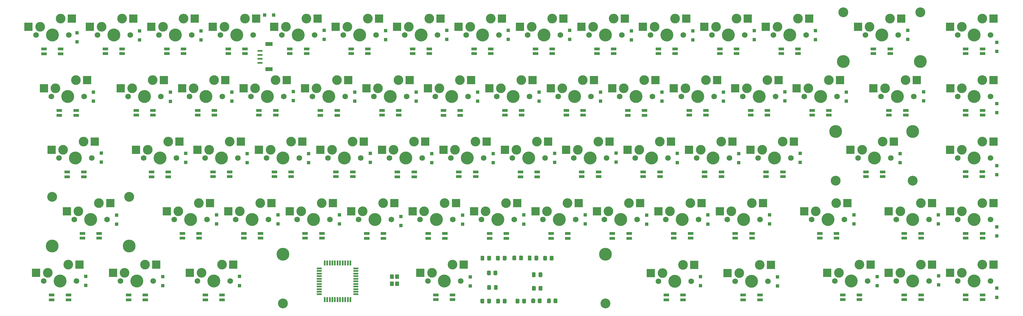
<source format=gbr>
%TF.GenerationSoftware,KiCad,Pcbnew,(5.1.12)-1*%
%TF.CreationDate,2022-03-05T19:22:20+03:30*%
%TF.ProjectId,JKB67,4a4b4236-372e-46b6-9963-61645f706362,rev?*%
%TF.SameCoordinates,Original*%
%TF.FileFunction,Soldermask,Bot*%
%TF.FilePolarity,Negative*%
%FSLAX46Y46*%
G04 Gerber Fmt 4.6, Leading zero omitted, Abs format (unit mm)*
G04 Created by KiCad (PCBNEW (5.1.12)-1) date 2022-03-05 19:22:20*
%MOMM*%
%LPD*%
G01*
G04 APERTURE LIST*
%ADD10R,1.800000X0.900000*%
%ADD11R,2.550000X2.500000*%
%ADD12C,3.000000*%
%ADD13C,1.750000*%
%ADD14C,4.000000*%
%ADD15C,3.987800*%
%ADD16C,3.048000*%
%ADD17R,2.200000X1.200000*%
%ADD18R,1.550000X0.600000*%
%ADD19R,1.500000X0.550000*%
%ADD20R,0.550000X1.500000*%
%ADD21R,1.100000X1.100000*%
%ADD22R,1.200000X1.400000*%
G04 APERTURE END LIST*
D10*
%TO.C,U72*%
X355812000Y-170049000D03*
X355812000Y-168549000D03*
X350612000Y-170049000D03*
X350612000Y-168549000D03*
D11*
X359227000Y-159169000D03*
X345802000Y-161709000D03*
D12*
X355752000Y-159169000D03*
X349402000Y-161709000D03*
D13*
X358292000Y-164249000D03*
X348132000Y-164249000D03*
D14*
X353212000Y-164249000D03*
%TD*%
D10*
%TO.C,U71*%
X355812000Y-150999000D03*
X355812000Y-149499000D03*
X350612000Y-150999000D03*
X350612000Y-149499000D03*
D11*
X359227000Y-140119000D03*
X345802000Y-142659000D03*
D12*
X355752000Y-140119000D03*
X349402000Y-142659000D03*
D13*
X358292000Y-145199000D03*
X348132000Y-145199000D03*
D14*
X353212000Y-145199000D03*
%TD*%
D10*
%TO.C,U70*%
X355800000Y-131936000D03*
X355800000Y-130436000D03*
X350600000Y-131936000D03*
X350600000Y-130436000D03*
D11*
X359215000Y-121056000D03*
X345790000Y-123596000D03*
D12*
X355740000Y-121056000D03*
X349390000Y-123596000D03*
D13*
X358280000Y-126136000D03*
X348120000Y-126136000D03*
D14*
X353200000Y-126136000D03*
%TD*%
D10*
%TO.C,U69*%
X355821000Y-112912000D03*
X355821000Y-111412000D03*
X350621000Y-112912000D03*
X350621000Y-111412000D03*
D11*
X359236000Y-102032000D03*
X345811000Y-104572000D03*
D12*
X355761000Y-102032000D03*
X349411000Y-104572000D03*
D13*
X358301000Y-107112000D03*
X348141000Y-107112000D03*
D14*
X353221000Y-107112000D03*
%TD*%
D10*
%TO.C,U68*%
X355812000Y-93861800D03*
X355812000Y-92361800D03*
X350612000Y-93861800D03*
X350612000Y-92361800D03*
D11*
X359227000Y-82981800D03*
X345802000Y-85521800D03*
D12*
X355752000Y-82981800D03*
X349402000Y-85521800D03*
D13*
X358292000Y-88061800D03*
X348132000Y-88061800D03*
D14*
X353212000Y-88061800D03*
%TD*%
%TO.C,U67*%
X324612000Y-88061800D03*
D13*
X319532000Y-88061800D03*
X329692000Y-88061800D03*
D12*
X320802000Y-85521800D03*
X327152000Y-82981800D03*
D11*
X317202000Y-85521800D03*
X330627000Y-82981800D03*
D10*
X322012000Y-92361800D03*
X322012000Y-93861800D03*
X327212000Y-92361800D03*
X327212000Y-93861800D03*
%TD*%
%TO.C,U66*%
X336762000Y-170049000D03*
X336762000Y-168549000D03*
X331562000Y-170049000D03*
X331562000Y-168549000D03*
D11*
X340177000Y-159169000D03*
X326752000Y-161709000D03*
D12*
X336702000Y-159169000D03*
X330352000Y-161709000D03*
D13*
X339242000Y-164249000D03*
X329082000Y-164249000D03*
D14*
X334162000Y-164249000D03*
%TD*%
D10*
%TO.C,U65*%
X336762000Y-151012000D03*
X336762000Y-149512000D03*
X331562000Y-151012000D03*
X331562000Y-149512000D03*
D11*
X340177000Y-140132000D03*
X326752000Y-142672000D03*
D12*
X336702000Y-140132000D03*
X330352000Y-142672000D03*
D13*
X339242000Y-145212000D03*
X329082000Y-145212000D03*
D14*
X334162000Y-145212000D03*
%TD*%
%TO.C,U64*%
X322275000Y-126162000D03*
D13*
X317195000Y-126162000D03*
X327355000Y-126162000D03*
D12*
X318465000Y-123622000D03*
X324815000Y-121082000D03*
D11*
X314865000Y-123622000D03*
X328290000Y-121082000D03*
D10*
X319675000Y-130462000D03*
X319675000Y-131962000D03*
X324875000Y-130462000D03*
X324875000Y-131962000D03*
%TD*%
D14*
%TO.C,U63*%
X329413000Y-107099000D03*
D13*
X324333000Y-107099000D03*
X334493000Y-107099000D03*
D12*
X325603000Y-104559000D03*
X331953000Y-102019000D03*
D11*
X322003000Y-104559000D03*
X335428000Y-102019000D03*
D10*
X326813000Y-111399000D03*
X326813000Y-112899000D03*
X332013000Y-111399000D03*
X332013000Y-112899000D03*
%TD*%
%TO.C,U62*%
X317687000Y-170062000D03*
X317687000Y-168562000D03*
X312487000Y-170062000D03*
X312487000Y-168562000D03*
D11*
X321102000Y-159182000D03*
X307677000Y-161722000D03*
D12*
X317627000Y-159182000D03*
X311277000Y-161722000D03*
D13*
X320167000Y-164262000D03*
X310007000Y-164262000D03*
D14*
X315087000Y-164262000D03*
%TD*%
%TO.C,U61*%
X307950000Y-145212000D03*
D13*
X302870000Y-145212000D03*
X313030000Y-145212000D03*
D12*
X304140000Y-142672000D03*
X310490000Y-140132000D03*
D11*
X300540000Y-142672000D03*
X313965000Y-140132000D03*
D10*
X305350000Y-149512000D03*
X305350000Y-151012000D03*
X310550000Y-149512000D03*
X310550000Y-151012000D03*
%TD*%
%TO.C,U60*%
X308200000Y-112899000D03*
X308200000Y-111399000D03*
X303000000Y-112899000D03*
X303000000Y-111399000D03*
D11*
X311615000Y-102019000D03*
X298190000Y-104559000D03*
D12*
X308140000Y-102019000D03*
X301790000Y-104559000D03*
D13*
X310680000Y-107099000D03*
X300520000Y-107099000D03*
D14*
X305600000Y-107099000D03*
%TD*%
D10*
%TO.C,U59*%
X298637000Y-93861800D03*
X298637000Y-92361800D03*
X293437000Y-93861800D03*
X293437000Y-92361800D03*
D11*
X302052000Y-82981800D03*
X288627000Y-85521800D03*
D12*
X298577000Y-82981800D03*
X292227000Y-85521800D03*
D13*
X301117000Y-88061800D03*
X290957000Y-88061800D03*
D14*
X296037000Y-88061800D03*
%TD*%
%TO.C,U58*%
X284213000Y-164313000D03*
D13*
X279133000Y-164313000D03*
X289293000Y-164313000D03*
D12*
X280403000Y-161773000D03*
X286753000Y-159233000D03*
D11*
X276803000Y-161773000D03*
X290228000Y-159233000D03*
D10*
X281613000Y-168613000D03*
X281613000Y-170113000D03*
X286813000Y-168613000D03*
X286813000Y-170113000D03*
%TD*%
%TO.C,U57*%
X284362000Y-151012000D03*
X284362000Y-149512000D03*
X279162000Y-151012000D03*
X279162000Y-149512000D03*
D11*
X287777000Y-140132000D03*
X274352000Y-142672000D03*
D12*
X284302000Y-140132000D03*
X277952000Y-142672000D03*
D13*
X286842000Y-145212000D03*
X276682000Y-145212000D03*
D14*
X281762000Y-145212000D03*
%TD*%
D10*
%TO.C,U56*%
X293925000Y-131949000D03*
X293925000Y-130449000D03*
X288725000Y-131949000D03*
X288725000Y-130449000D03*
D11*
X297340000Y-121069000D03*
X283915000Y-123609000D03*
D12*
X293865000Y-121069000D03*
X287515000Y-123609000D03*
D13*
X296405000Y-126149000D03*
X286245000Y-126149000D03*
D14*
X291325000Y-126149000D03*
%TD*%
D10*
%TO.C,U55*%
X289150000Y-112899000D03*
X289150000Y-111399000D03*
X283950000Y-112899000D03*
X283950000Y-111399000D03*
D11*
X292565000Y-102019000D03*
X279140000Y-104559000D03*
D12*
X289090000Y-102019000D03*
X282740000Y-104559000D03*
D13*
X291630000Y-107099000D03*
X281470000Y-107099000D03*
D14*
X286550000Y-107099000D03*
%TD*%
D10*
%TO.C,U54*%
X279600000Y-93861800D03*
X279600000Y-92361800D03*
X274400000Y-93861800D03*
X274400000Y-92361800D03*
D11*
X283015000Y-82981800D03*
X269590000Y-85521800D03*
D12*
X279540000Y-82981800D03*
X273190000Y-85521800D03*
D13*
X282080000Y-88061800D03*
X271920000Y-88061800D03*
D14*
X277000000Y-88061800D03*
%TD*%
D10*
%TO.C,U52*%
X265325000Y-150999000D03*
X265325000Y-149499000D03*
X260125000Y-150999000D03*
X260125000Y-149499000D03*
D11*
X268740000Y-140119000D03*
X255315000Y-142659000D03*
D12*
X265265000Y-140119000D03*
X258915000Y-142659000D03*
D13*
X267805000Y-145199000D03*
X257645000Y-145199000D03*
D14*
X262725000Y-145199000D03*
%TD*%
D10*
%TO.C,U51*%
X274875000Y-131949000D03*
X274875000Y-130449000D03*
X269675000Y-131949000D03*
X269675000Y-130449000D03*
D11*
X278290000Y-121069000D03*
X264865000Y-123609000D03*
D12*
X274815000Y-121069000D03*
X268465000Y-123609000D03*
D13*
X277355000Y-126149000D03*
X267195000Y-126149000D03*
D14*
X272275000Y-126149000D03*
%TD*%
D10*
%TO.C,U50*%
X270100000Y-112899000D03*
X270100000Y-111399000D03*
X264900000Y-112899000D03*
X264900000Y-111399000D03*
D11*
X273515000Y-102019000D03*
X260090000Y-104559000D03*
D12*
X270040000Y-102019000D03*
X263690000Y-104559000D03*
D13*
X272580000Y-107099000D03*
X262420000Y-107099000D03*
D14*
X267500000Y-107099000D03*
%TD*%
D10*
%TO.C,U49*%
X260550000Y-93861800D03*
X260550000Y-92361800D03*
X255350000Y-93861800D03*
X255350000Y-92361800D03*
D11*
X263965000Y-82981800D03*
X250540000Y-85521800D03*
D12*
X260490000Y-82981800D03*
X254140000Y-85521800D03*
D13*
X263030000Y-88061800D03*
X252870000Y-88061800D03*
D14*
X257950000Y-88061800D03*
%TD*%
%TO.C,U48*%
X260388000Y-164313000D03*
D13*
X255308000Y-164313000D03*
X265468000Y-164313000D03*
D12*
X256578000Y-161773000D03*
X262928000Y-159233000D03*
D11*
X252978000Y-161773000D03*
X266403000Y-159233000D03*
D10*
X257788000Y-168613000D03*
X257788000Y-170113000D03*
X262988000Y-168613000D03*
X262988000Y-170113000D03*
%TD*%
%TO.C,U47*%
X246275000Y-151037000D03*
X246275000Y-149537000D03*
X241075000Y-151037000D03*
X241075000Y-149537000D03*
D11*
X249690000Y-140157000D03*
X236265000Y-142697000D03*
D12*
X246215000Y-140157000D03*
X239865000Y-142697000D03*
D13*
X248755000Y-145237000D03*
X238595000Y-145237000D03*
D14*
X243675000Y-145237000D03*
%TD*%
D10*
%TO.C,U46*%
X255825000Y-131949000D03*
X255825000Y-130449000D03*
X250625000Y-131949000D03*
X250625000Y-130449000D03*
D11*
X259240000Y-121069000D03*
X245815000Y-123609000D03*
D12*
X255765000Y-121069000D03*
X249415000Y-123609000D03*
D13*
X258305000Y-126149000D03*
X248145000Y-126149000D03*
D14*
X253225000Y-126149000D03*
%TD*%
D10*
%TO.C,U45*%
X251037000Y-112924000D03*
X251037000Y-111424000D03*
X245837000Y-112924000D03*
X245837000Y-111424000D03*
D11*
X254452000Y-102044000D03*
X241027000Y-104584000D03*
D12*
X250977000Y-102044000D03*
X244627000Y-104584000D03*
D13*
X253517000Y-107124000D03*
X243357000Y-107124000D03*
D14*
X248437000Y-107124000D03*
%TD*%
D10*
%TO.C,U44*%
X241500000Y-93861800D03*
X241500000Y-92361800D03*
X236300000Y-93861800D03*
X236300000Y-92361800D03*
D11*
X244915000Y-82981800D03*
X231490000Y-85521800D03*
D12*
X241440000Y-82981800D03*
X235090000Y-85521800D03*
D13*
X243980000Y-88061800D03*
X233820000Y-88061800D03*
D14*
X238900000Y-88061800D03*
%TD*%
D10*
%TO.C,U43*%
X227238000Y-151024000D03*
X227238000Y-149524000D03*
X222038000Y-151024000D03*
X222038000Y-149524000D03*
D11*
X230653000Y-140144000D03*
X217228000Y-142684000D03*
D12*
X227178000Y-140144000D03*
X220828000Y-142684000D03*
D13*
X229718000Y-145224000D03*
X219558000Y-145224000D03*
D14*
X224638000Y-145224000D03*
%TD*%
D10*
%TO.C,U42*%
X236775000Y-131962000D03*
X236775000Y-130462000D03*
X231575000Y-131962000D03*
X231575000Y-130462000D03*
D11*
X240190000Y-121082000D03*
X226765000Y-123622000D03*
D12*
X236715000Y-121082000D03*
X230365000Y-123622000D03*
D13*
X239255000Y-126162000D03*
X229095000Y-126162000D03*
D14*
X234175000Y-126162000D03*
%TD*%
D10*
%TO.C,U41*%
X231987000Y-112912000D03*
X231987000Y-111412000D03*
X226787000Y-112912000D03*
X226787000Y-111412000D03*
D11*
X235402000Y-102032000D03*
X221977000Y-104572000D03*
D12*
X231927000Y-102032000D03*
X225577000Y-104572000D03*
D13*
X234467000Y-107112000D03*
X224307000Y-107112000D03*
D14*
X229387000Y-107112000D03*
%TD*%
D10*
%TO.C,U40*%
X222437000Y-93861800D03*
X222437000Y-92361800D03*
X217237000Y-93861800D03*
X217237000Y-92361800D03*
D11*
X225852000Y-82981800D03*
X212427000Y-85521800D03*
D12*
X222377000Y-82981800D03*
X216027000Y-85521800D03*
D13*
X224917000Y-88061800D03*
X214757000Y-88061800D03*
D14*
X219837000Y-88061800D03*
%TD*%
D10*
%TO.C,U39*%
X208188000Y-151024000D03*
X208188000Y-149524000D03*
X202988000Y-151024000D03*
X202988000Y-149524000D03*
D11*
X211603000Y-140144000D03*
X198178000Y-142684000D03*
D12*
X208128000Y-140144000D03*
X201778000Y-142684000D03*
D13*
X210668000Y-145224000D03*
X200508000Y-145224000D03*
D14*
X205588000Y-145224000D03*
%TD*%
D10*
%TO.C,U38*%
X217751000Y-131974000D03*
X217751000Y-130474000D03*
X212551000Y-131974000D03*
X212551000Y-130474000D03*
D11*
X221166000Y-121094000D03*
X207741000Y-123634000D03*
D12*
X217691000Y-121094000D03*
X211341000Y-123634000D03*
D13*
X220231000Y-126174000D03*
X210071000Y-126174000D03*
D14*
X215151000Y-126174000D03*
%TD*%
D10*
%TO.C,U37*%
X212937000Y-112912000D03*
X212937000Y-111412000D03*
X207737000Y-112912000D03*
X207737000Y-111412000D03*
D11*
X216352000Y-102032000D03*
X202927000Y-104572000D03*
D12*
X212877000Y-102032000D03*
X206527000Y-104572000D03*
D13*
X215417000Y-107112000D03*
X205257000Y-107112000D03*
D14*
X210337000Y-107112000D03*
%TD*%
D10*
%TO.C,U36*%
X203387000Y-93861800D03*
X203387000Y-92361800D03*
X198187000Y-93861800D03*
X198187000Y-92361800D03*
D11*
X206802000Y-82981800D03*
X193377000Y-85521800D03*
D12*
X203327000Y-82981800D03*
X196977000Y-85521800D03*
D13*
X205867000Y-88061800D03*
X195707000Y-88061800D03*
D14*
X200787000Y-88061800D03*
%TD*%
%TO.C,U35*%
X188938000Y-164262000D03*
D13*
X183858000Y-164262000D03*
X194018000Y-164262000D03*
D12*
X185128000Y-161722000D03*
X191478000Y-159182000D03*
D11*
X181528000Y-161722000D03*
X194953000Y-159182000D03*
D10*
X186338000Y-168562000D03*
X186338000Y-170062000D03*
X191538000Y-168562000D03*
X191538000Y-170062000D03*
%TD*%
%TO.C,U34*%
X189150000Y-151037000D03*
X189150000Y-149537000D03*
X183950000Y-151037000D03*
X183950000Y-149537000D03*
D11*
X192565000Y-140157000D03*
X179140000Y-142697000D03*
D12*
X189090000Y-140157000D03*
X182740000Y-142697000D03*
D13*
X191630000Y-145237000D03*
X181470000Y-145237000D03*
D14*
X186550000Y-145237000D03*
%TD*%
D10*
%TO.C,U33*%
X198688000Y-131962000D03*
X198688000Y-130462000D03*
X193488000Y-131962000D03*
X193488000Y-130462000D03*
D11*
X202103000Y-121082000D03*
X188678000Y-123622000D03*
D12*
X198628000Y-121082000D03*
X192278000Y-123622000D03*
D13*
X201168000Y-126162000D03*
X191008000Y-126162000D03*
D14*
X196088000Y-126162000D03*
%TD*%
D10*
%TO.C,U32*%
X193887000Y-112924000D03*
X193887000Y-111424000D03*
X188687000Y-112924000D03*
X188687000Y-111424000D03*
D11*
X197302000Y-102044000D03*
X183877000Y-104584000D03*
D12*
X193827000Y-102044000D03*
X187477000Y-104584000D03*
D13*
X196367000Y-107124000D03*
X186207000Y-107124000D03*
D14*
X191287000Y-107124000D03*
%TD*%
D10*
%TO.C,U31*%
X184350000Y-93861800D03*
X184350000Y-92361800D03*
X179150000Y-93861800D03*
X179150000Y-92361800D03*
D11*
X187765000Y-82981800D03*
X174340000Y-85521800D03*
D12*
X184290000Y-82981800D03*
X177940000Y-85521800D03*
D13*
X186830000Y-88061800D03*
X176670000Y-88061800D03*
D14*
X181750000Y-88061800D03*
%TD*%
D10*
%TO.C,U30*%
X170088000Y-151024000D03*
X170088000Y-149524000D03*
X164888000Y-151024000D03*
X164888000Y-149524000D03*
D11*
X173503000Y-140144000D03*
X160078000Y-142684000D03*
D12*
X170028000Y-140144000D03*
X163678000Y-142684000D03*
D13*
X172568000Y-145224000D03*
X162408000Y-145224000D03*
D14*
X167488000Y-145224000D03*
%TD*%
D10*
%TO.C,U29*%
X179638000Y-131974000D03*
X179638000Y-130474000D03*
X174438000Y-131974000D03*
X174438000Y-130474000D03*
D11*
X183053000Y-121094000D03*
X169628000Y-123634000D03*
D12*
X179578000Y-121094000D03*
X173228000Y-123634000D03*
D13*
X182118000Y-126174000D03*
X171958000Y-126174000D03*
D14*
X177038000Y-126174000D03*
%TD*%
D10*
%TO.C,U28*%
X174825000Y-112912000D03*
X174825000Y-111412000D03*
X169625000Y-112912000D03*
X169625000Y-111412000D03*
D11*
X178240000Y-102032000D03*
X164815000Y-104572000D03*
D12*
X174765000Y-102032000D03*
X168415000Y-104572000D03*
D13*
X177305000Y-107112000D03*
X167145000Y-107112000D03*
D14*
X172225000Y-107112000D03*
%TD*%
D10*
%TO.C,U27*%
X165300000Y-93861800D03*
X165300000Y-92361800D03*
X160100000Y-93861800D03*
X160100000Y-92361800D03*
D11*
X168715000Y-82981800D03*
X155290000Y-85521800D03*
D12*
X165240000Y-82981800D03*
X158890000Y-85521800D03*
D13*
X167780000Y-88061800D03*
X157620000Y-88061800D03*
D14*
X162700000Y-88061800D03*
%TD*%
D10*
%TO.C,U26*%
X151025000Y-151012000D03*
X151025000Y-149512000D03*
X145825000Y-151012000D03*
X145825000Y-149512000D03*
D11*
X154440000Y-140132000D03*
X141015000Y-142672000D03*
D12*
X150965000Y-140132000D03*
X144615000Y-142672000D03*
D13*
X153505000Y-145212000D03*
X143345000Y-145212000D03*
D14*
X148425000Y-145212000D03*
%TD*%
D10*
%TO.C,U25*%
X160575000Y-131962000D03*
X160575000Y-130462000D03*
X155375000Y-131962000D03*
X155375000Y-130462000D03*
D11*
X163990000Y-121082000D03*
X150565000Y-123622000D03*
D12*
X160515000Y-121082000D03*
X154165000Y-123622000D03*
D13*
X163055000Y-126162000D03*
X152895000Y-126162000D03*
D14*
X157975000Y-126162000D03*
%TD*%
D10*
%TO.C,U24*%
X155762000Y-112924000D03*
X155762000Y-111424000D03*
X150562000Y-112924000D03*
X150562000Y-111424000D03*
D11*
X159177000Y-102044000D03*
X145752000Y-104584000D03*
D12*
X155702000Y-102044000D03*
X149352000Y-104584000D03*
D13*
X158242000Y-107124000D03*
X148082000Y-107124000D03*
D14*
X153162000Y-107124000D03*
%TD*%
D10*
%TO.C,U23*%
X146262000Y-93861800D03*
X146262000Y-92361800D03*
X141062000Y-93861800D03*
X141062000Y-92361800D03*
D11*
X149677000Y-82981800D03*
X136252000Y-85521800D03*
D12*
X146202000Y-82981800D03*
X139852000Y-85521800D03*
D13*
X148742000Y-88061800D03*
X138582000Y-88061800D03*
D14*
X143662000Y-88061800D03*
%TD*%
D10*
%TO.C,U20*%
X131988000Y-150999000D03*
X131988000Y-149499000D03*
X126788000Y-150999000D03*
X126788000Y-149499000D03*
D11*
X135403000Y-140119000D03*
X121978000Y-142659000D03*
D12*
X131928000Y-140119000D03*
X125578000Y-142659000D03*
D13*
X134468000Y-145199000D03*
X124308000Y-145199000D03*
D14*
X129388000Y-145199000D03*
%TD*%
D10*
%TO.C,U19*%
X141500000Y-131962000D03*
X141500000Y-130462000D03*
X136300000Y-131962000D03*
X136300000Y-130462000D03*
D11*
X144915000Y-121082000D03*
X131490000Y-123622000D03*
D12*
X141440000Y-121082000D03*
X135090000Y-123622000D03*
D13*
X143980000Y-126162000D03*
X133820000Y-126162000D03*
D14*
X138900000Y-126162000D03*
%TD*%
D10*
%TO.C,U18*%
X136712000Y-112912000D03*
X136712000Y-111412000D03*
X131512000Y-112912000D03*
X131512000Y-111412000D03*
D11*
X140127000Y-102032000D03*
X126702000Y-104572000D03*
D12*
X136652000Y-102032000D03*
X130302000Y-104572000D03*
D13*
X139192000Y-107112000D03*
X129032000Y-107112000D03*
D14*
X134112000Y-107112000D03*
%TD*%
D10*
%TO.C,U17*%
X127200000Y-93861800D03*
X127200000Y-92361800D03*
X122000000Y-93861800D03*
X122000000Y-92361800D03*
D11*
X130615000Y-82981800D03*
X117190000Y-85521800D03*
D12*
X127140000Y-82981800D03*
X120790000Y-85521800D03*
D13*
X129680000Y-88061800D03*
X119520000Y-88061800D03*
D14*
X124600000Y-88061800D03*
%TD*%
D15*
%TO.C,U16*%
X67424300Y-153467000D03*
X91300300Y-153467000D03*
D16*
X67424300Y-138227000D03*
X91300300Y-138227000D03*
%TD*%
D14*
%TO.C,U14*%
X117475000Y-164287000D03*
D13*
X112395000Y-164287000D03*
X122555000Y-164287000D03*
D12*
X113665000Y-161747000D03*
X120015000Y-159207000D03*
D11*
X110065000Y-161747000D03*
X123490000Y-159207000D03*
D10*
X114875000Y-168587000D03*
X114875000Y-170087000D03*
X120075000Y-168587000D03*
X120075000Y-170087000D03*
%TD*%
%TO.C,U13*%
X112938000Y-150999000D03*
X112938000Y-149499000D03*
X107738000Y-150999000D03*
X107738000Y-149499000D03*
D11*
X116353000Y-140119000D03*
X102928000Y-142659000D03*
D12*
X112878000Y-140119000D03*
X106528000Y-142659000D03*
D13*
X115418000Y-145199000D03*
X105258000Y-145199000D03*
D14*
X110338000Y-145199000D03*
%TD*%
D10*
%TO.C,U12*%
X122450000Y-131962000D03*
X122450000Y-130462000D03*
X117250000Y-131962000D03*
X117250000Y-130462000D03*
D11*
X125865000Y-121082000D03*
X112440000Y-123622000D03*
D12*
X122390000Y-121082000D03*
X116040000Y-123622000D03*
D13*
X124930000Y-126162000D03*
X114770000Y-126162000D03*
D14*
X119850000Y-126162000D03*
%TD*%
D10*
%TO.C,U11*%
X117687000Y-112912000D03*
X117687000Y-111412000D03*
X112487000Y-112912000D03*
X112487000Y-111412000D03*
D11*
X121102000Y-102032000D03*
X107677000Y-104572000D03*
D12*
X117627000Y-102032000D03*
X111277000Y-104572000D03*
D13*
X120167000Y-107112000D03*
X110007000Y-107112000D03*
D14*
X115087000Y-107112000D03*
%TD*%
D10*
%TO.C,U10*%
X108150000Y-93861800D03*
X108150000Y-92361800D03*
X102950000Y-93861800D03*
X102950000Y-92361800D03*
D11*
X111565000Y-82981800D03*
X98140000Y-85521800D03*
D12*
X108090000Y-82981800D03*
X101740000Y-85521800D03*
D13*
X110630000Y-88061800D03*
X100470000Y-88061800D03*
D14*
X105550000Y-88061800D03*
%TD*%
%TO.C,U9*%
X93662500Y-164274000D03*
D13*
X88582500Y-164274000D03*
X98742500Y-164274000D03*
D12*
X89852500Y-161734000D03*
X96202500Y-159194000D03*
D11*
X86252500Y-161734000D03*
X99677500Y-159194000D03*
D10*
X91062500Y-168574000D03*
X91062500Y-170074000D03*
X96262500Y-168574000D03*
X96262500Y-170074000D03*
%TD*%
%TO.C,U8*%
X103400000Y-131974000D03*
X103400000Y-130474000D03*
X98200000Y-131974000D03*
X98200000Y-130474000D03*
D11*
X106815000Y-121094000D03*
X93390000Y-123634000D03*
D12*
X103340000Y-121094000D03*
X96990000Y-123634000D03*
D13*
X105880000Y-126174000D03*
X95720000Y-126174000D03*
D14*
X100800000Y-126174000D03*
%TD*%
D10*
%TO.C,U7*%
X98637400Y-112912000D03*
X98637400Y-111412000D03*
X93437400Y-112912000D03*
X93437400Y-111412000D03*
D11*
X102052400Y-102032000D03*
X88627400Y-104572000D03*
D12*
X98577400Y-102032000D03*
X92227400Y-104572000D03*
D13*
X101117400Y-107112000D03*
X90957400Y-107112000D03*
D14*
X96037400Y-107112000D03*
%TD*%
D10*
%TO.C,U6*%
X89099700Y-93861800D03*
X89099700Y-92361800D03*
X83899700Y-93861800D03*
X83899700Y-92361800D03*
D11*
X92514700Y-82981800D03*
X79089700Y-85521800D03*
D12*
X89039700Y-82981800D03*
X82689700Y-85521800D03*
D13*
X91579700Y-88061800D03*
X81419700Y-88061800D03*
D14*
X86499700Y-88061800D03*
%TD*%
%TO.C,U5*%
X69837300Y-164274000D03*
D13*
X64757300Y-164274000D03*
X74917300Y-164274000D03*
D12*
X66027300Y-161734000D03*
X72377300Y-159194000D03*
D11*
X62427300Y-161734000D03*
X75852300Y-159194000D03*
D10*
X67237300Y-168574000D03*
X67237300Y-170074000D03*
X72437300Y-168574000D03*
X72437300Y-170074000D03*
%TD*%
D14*
%TO.C,U4*%
X79362300Y-145212000D03*
D13*
X74282300Y-145212000D03*
X84442300Y-145212000D03*
D12*
X75552300Y-142672000D03*
X81902300Y-140132000D03*
D11*
X71952300Y-142672000D03*
X85377300Y-140132000D03*
D10*
X76762300Y-149512000D03*
X76762300Y-151012000D03*
X81962300Y-149512000D03*
X81962300Y-151012000D03*
%TD*%
D14*
%TO.C,U3*%
X74599800Y-126174000D03*
D13*
X69519800Y-126174000D03*
X79679800Y-126174000D03*
D12*
X70789800Y-123634000D03*
X77139800Y-121094000D03*
D11*
X67189800Y-123634000D03*
X80614800Y-121094000D03*
D10*
X71999800Y-130474000D03*
X71999800Y-131974000D03*
X77199800Y-130474000D03*
X77199800Y-131974000D03*
%TD*%
D14*
%TO.C,U2*%
X72212200Y-107124000D03*
D13*
X67132200Y-107124000D03*
X77292200Y-107124000D03*
D12*
X68402200Y-104584000D03*
X74752200Y-102044000D03*
D11*
X64802200Y-104584000D03*
X78227200Y-102044000D03*
D10*
X69612200Y-111424000D03*
X69612200Y-112924000D03*
X74812200Y-111424000D03*
X74812200Y-112924000D03*
%TD*%
%TO.C,U1*%
X70049700Y-93874500D03*
X70049700Y-92374500D03*
X64849700Y-93874500D03*
X64849700Y-92374500D03*
D11*
X73464700Y-82994500D03*
X60039700Y-85534500D03*
D12*
X69989700Y-82994500D03*
X63639700Y-85534500D03*
D13*
X72529700Y-88074500D03*
X62369700Y-88074500D03*
D14*
X67449700Y-88074500D03*
%TD*%
D15*
%TO.C,U22*%
X238937900Y-156007000D03*
X138938100Y-156007000D03*
D16*
X238937900Y-171247000D03*
X138938100Y-171247000D03*
%TD*%
D15*
%TO.C,U21*%
X334200000Y-117919000D03*
X310324000Y-117919000D03*
D16*
X334200000Y-133159000D03*
X310324000Y-133159000D03*
%TD*%
D15*
%TO.C,U15*%
X312674000Y-96316800D03*
X336550000Y-96316800D03*
D16*
X312674000Y-81076800D03*
X336550000Y-81076800D03*
%TD*%
D17*
%TO.C,J1*%
X134612180Y-98676460D03*
D18*
X131780080Y-96713040D03*
X131798380Y-95467040D03*
X131802940Y-94203520D03*
D17*
X134629960Y-90893900D03*
D18*
X131821240Y-92957520D03*
%TD*%
D19*
%TO.C,U53*%
X150154000Y-160363000D03*
X150154000Y-161163000D03*
X150154000Y-161963000D03*
X150154000Y-162763000D03*
X150154000Y-163563000D03*
X150154000Y-164363000D03*
X150154000Y-165163000D03*
X150154000Y-165963000D03*
X150154000Y-166763000D03*
X150154000Y-167563000D03*
X150154000Y-168363000D03*
D20*
X151854000Y-170063000D03*
X152654000Y-170063000D03*
X153454000Y-170063000D03*
X154254000Y-170063000D03*
X155054000Y-170063000D03*
X155854000Y-170063000D03*
X156654000Y-170063000D03*
X157454000Y-170063000D03*
X158254000Y-170063000D03*
X159054000Y-170063000D03*
X159854000Y-170063000D03*
D19*
X161554000Y-168363000D03*
X161554000Y-167563000D03*
X161554000Y-166763000D03*
X161554000Y-165963000D03*
X161554000Y-165163000D03*
X161554000Y-164363000D03*
X161554000Y-163563000D03*
X161554000Y-162763000D03*
X161554000Y-161963000D03*
X161554000Y-161163000D03*
X161554000Y-160363000D03*
D20*
X159854000Y-158663000D03*
X159054000Y-158663000D03*
X158254000Y-158663000D03*
X157454000Y-158663000D03*
X156654000Y-158663000D03*
X155854000Y-158663000D03*
X155054000Y-158663000D03*
X154254000Y-158663000D03*
X153454000Y-158663000D03*
X152654000Y-158663000D03*
X151854000Y-158663000D03*
%TD*%
D21*
%TO.C,D68*%
X360261000Y-169307000D03*
X360261000Y-166507000D03*
%TD*%
%TO.C,D67*%
X360210000Y-150272000D03*
X360210000Y-147472000D03*
%TD*%
%TO.C,D66*%
X360223000Y-131349000D03*
X360223000Y-128549000D03*
%TD*%
%TO.C,D65*%
X360236000Y-112109000D03*
X360236000Y-109309000D03*
%TD*%
%TO.C,D64*%
X360210000Y-93147800D03*
X360210000Y-90347800D03*
%TD*%
%TO.C,D63*%
X332626000Y-89449100D03*
X332626000Y-86649100D03*
%TD*%
%TO.C,D62*%
X342202000Y-165471000D03*
X342202000Y-162671000D03*
%TD*%
%TO.C,D61*%
X342163000Y-146574000D03*
X342163000Y-143774000D03*
%TD*%
%TO.C,D60*%
X330251000Y-127600000D03*
X330251000Y-124800000D03*
%TD*%
%TO.C,D59*%
X337528000Y-108448000D03*
X337528000Y-105648000D03*
%TD*%
%TO.C,D58*%
X323126000Y-165713000D03*
X323126000Y-162913000D03*
%TD*%
%TO.C,D57*%
X315951000Y-146536000D03*
X315951000Y-143736000D03*
%TD*%
%TO.C,D56*%
X313601000Y-108575000D03*
X313601000Y-105775000D03*
%TD*%
%TO.C,D55*%
X304051000Y-89522300D03*
X304051000Y-86722300D03*
%TD*%
%TO.C,D54*%
X292240000Y-165789000D03*
X292240000Y-162989000D03*
%TD*%
%TO.C,D53*%
X289763000Y-146574000D03*
X289763000Y-143774000D03*
%TD*%
%TO.C,D52*%
X299326000Y-127524000D03*
X299326000Y-124724000D03*
%TD*%
%TO.C,D51*%
X294551000Y-108486000D03*
X294551000Y-105686000D03*
%TD*%
%TO.C,D50*%
X285026000Y-89487200D03*
X285026000Y-86687200D03*
%TD*%
%TO.C,D49*%
X270688000Y-146612000D03*
X270688000Y-143812000D03*
%TD*%
%TO.C,D48*%
X280264000Y-127625000D03*
X280264000Y-124825000D03*
%TD*%
%TO.C,D47*%
X275488000Y-108524000D03*
X275488000Y-105724000D03*
%TD*%
%TO.C,D46*%
X266014000Y-89553700D03*
X266014000Y-86753700D03*
%TD*%
%TO.C,D45*%
X268389000Y-165674000D03*
X268389000Y-162874000D03*
%TD*%
%TO.C,D44*%
X251701000Y-146650000D03*
X251701000Y-143850000D03*
%TD*%
%TO.C,D43*%
X261214000Y-127565000D03*
X261214000Y-124765000D03*
%TD*%
%TO.C,D42*%
X256464000Y-108528000D03*
X256464000Y-105728000D03*
%TD*%
%TO.C,D41*%
X246926000Y-89560400D03*
X246926000Y-86760400D03*
%TD*%
%TO.C,D40*%
X232626000Y-146589000D03*
X232626000Y-143789000D03*
%TD*%
%TO.C,D39*%
X242189000Y-127476000D03*
X242189000Y-124676000D03*
%TD*%
%TO.C,D38*%
X237401000Y-108537000D03*
X237401000Y-105737000D03*
%TD*%
%TO.C,D37*%
X227825000Y-89449100D03*
X227825000Y-86649100D03*
%TD*%
%TO.C,D36*%
X213576000Y-146612000D03*
X213576000Y-143812000D03*
%TD*%
%TO.C,D35*%
X223164000Y-127549000D03*
X223164000Y-124749000D03*
%TD*%
%TO.C,D34*%
X218351000Y-108537000D03*
X218351000Y-105737000D03*
%TD*%
%TO.C,D33*%
X208788000Y-89439400D03*
X208788000Y-86639400D03*
%TD*%
%TO.C,D32*%
X196990000Y-165776000D03*
X196990000Y-162976000D03*
%TD*%
%TO.C,D31*%
X194602000Y-146688000D03*
X194602000Y-143888000D03*
%TD*%
%TO.C,D30*%
X204114000Y-127600000D03*
X204114000Y-124800000D03*
%TD*%
%TO.C,D29*%
X199326000Y-108550000D03*
X199326000Y-105750000D03*
%TD*%
%TO.C,D28*%
X189751000Y-89449100D03*
X189751000Y-86649100D03*
%TD*%
%TO.C,D27*%
X175501000Y-147097000D03*
X175501000Y-144297000D03*
%TD*%
%TO.C,D26*%
X185052000Y-127578000D03*
X185052000Y-124778000D03*
%TD*%
%TO.C,D25*%
X180238000Y-108524000D03*
X180238000Y-105724000D03*
%TD*%
%TO.C,D24*%
X170726000Y-89487200D03*
X170726000Y-86687200D03*
%TD*%
%TO.C,D22*%
X156426000Y-146602000D03*
X156426000Y-143802000D03*
%TD*%
%TO.C,D21*%
X166002000Y-127549000D03*
X166002000Y-124749000D03*
%TD*%
%TO.C,D20*%
X161176000Y-108537000D03*
X161176000Y-105737000D03*
%TD*%
%TO.C,D19*%
X151752000Y-89385600D03*
X151752000Y-86585600D03*
%TD*%
%TO.C,D18*%
X137389000Y-146602000D03*
X137389000Y-143802000D03*
%TD*%
%TO.C,D17*%
X146914000Y-127574000D03*
X146914000Y-124774000D03*
%TD*%
%TO.C,D16*%
X142126000Y-108423000D03*
X142126000Y-105623000D03*
%TD*%
%TO.C,D15*%
X136023000Y-81889600D03*
X133223000Y-81889600D03*
%TD*%
%TO.C,D14*%
X125489000Y-165662000D03*
X125489000Y-162862000D03*
%TD*%
%TO.C,D13*%
X118364000Y-146589000D03*
X118364000Y-143789000D03*
%TD*%
%TO.C,D12*%
X127851000Y-127600000D03*
X127851000Y-124800000D03*
%TD*%
%TO.C,D11*%
X123088000Y-108524000D03*
X123088000Y-105724000D03*
%TD*%
%TO.C,D10*%
X113538000Y-89576100D03*
X113538000Y-86776100D03*
%TD*%
%TO.C,D9*%
X101664000Y-165725000D03*
X101664000Y-162925000D03*
%TD*%
%TO.C,D8*%
X108814000Y-127489000D03*
X108814000Y-124689000D03*
%TD*%
%TO.C,D7*%
X104051000Y-108601000D03*
X104051000Y-105801000D03*
%TD*%
%TO.C,D6*%
X94488000Y-89576100D03*
X94488000Y-86776100D03*
%TD*%
%TO.C,D5*%
X77838300Y-165649000D03*
X77838300Y-162849000D03*
%TD*%
%TO.C,D4*%
X87376000Y-146650000D03*
X87376000Y-143850000D03*
%TD*%
%TO.C,D3*%
X82613500Y-127412000D03*
X82613500Y-124612000D03*
%TD*%
%TO.C,D2*%
X80162400Y-108522000D03*
X80162400Y-105722000D03*
%TD*%
%TO.C,D1*%
X75107800Y-90201400D03*
X75107800Y-87401400D03*
%TD*%
D22*
%TO.C,X1*%
X172682000Y-162895000D03*
X172682000Y-165095000D03*
X174282000Y-165095000D03*
X174282000Y-162895000D03*
%TD*%
%TO.C,R6*%
G36*
G01*
X217929000Y-170864001D02*
X217929000Y-169963999D01*
G75*
G02*
X218178999Y-169714000I249999J0D01*
G01*
X218879001Y-169714000D01*
G75*
G02*
X219129000Y-169963999I0J-249999D01*
G01*
X219129000Y-170864001D01*
G75*
G02*
X218879001Y-171114000I-249999J0D01*
G01*
X218178999Y-171114000D01*
G75*
G02*
X217929000Y-170864001I0J249999D01*
G01*
G37*
G36*
G01*
X215929000Y-170864001D02*
X215929000Y-169963999D01*
G75*
G02*
X216178999Y-169714000I249999J0D01*
G01*
X216879001Y-169714000D01*
G75*
G02*
X217129000Y-169963999I0J-249999D01*
G01*
X217129000Y-170864001D01*
G75*
G02*
X216879001Y-171114000I-249999J0D01*
G01*
X216178999Y-171114000D01*
G75*
G02*
X215929000Y-170864001I0J249999D01*
G01*
G37*
%TD*%
%TO.C,R5*%
G36*
G01*
X221612000Y-157638001D02*
X221612000Y-156737999D01*
G75*
G02*
X221861999Y-156488000I249999J0D01*
G01*
X222562001Y-156488000D01*
G75*
G02*
X222812000Y-156737999I0J-249999D01*
G01*
X222812000Y-157638001D01*
G75*
G02*
X222562001Y-157888000I-249999J0D01*
G01*
X221861999Y-157888000D01*
G75*
G02*
X221612000Y-157638001I0J249999D01*
G01*
G37*
G36*
G01*
X219612000Y-157638001D02*
X219612000Y-156737999D01*
G75*
G02*
X219861999Y-156488000I249999J0D01*
G01*
X220562001Y-156488000D01*
G75*
G02*
X220812000Y-156737999I0J-249999D01*
G01*
X220812000Y-157638001D01*
G75*
G02*
X220562001Y-157888000I-249999J0D01*
G01*
X219861999Y-157888000D01*
G75*
G02*
X219612000Y-157638001I0J249999D01*
G01*
G37*
%TD*%
%TO.C,R4*%
G36*
G01*
X204198000Y-162207001D02*
X204198000Y-161306999D01*
G75*
G02*
X204447999Y-161057000I249999J0D01*
G01*
X205148001Y-161057000D01*
G75*
G02*
X205398000Y-161306999I0J-249999D01*
G01*
X205398000Y-162207001D01*
G75*
G02*
X205148001Y-162457000I-249999J0D01*
G01*
X204447999Y-162457000D01*
G75*
G02*
X204198000Y-162207001I0J249999D01*
G01*
G37*
G36*
G01*
X202198000Y-162207001D02*
X202198000Y-161306999D01*
G75*
G02*
X202447999Y-161057000I249999J0D01*
G01*
X203148001Y-161057000D01*
G75*
G02*
X203398000Y-161306999I0J-249999D01*
G01*
X203398000Y-162207001D01*
G75*
G02*
X203148001Y-162457000I-249999J0D01*
G01*
X202447999Y-162457000D01*
G75*
G02*
X202198000Y-162207001I0J249999D01*
G01*
G37*
%TD*%
%TO.C,R3*%
G36*
G01*
X222818000Y-170859001D02*
X222818000Y-169958999D01*
G75*
G02*
X223067999Y-169709000I249999J0D01*
G01*
X223768001Y-169709000D01*
G75*
G02*
X224018000Y-169958999I0J-249999D01*
G01*
X224018000Y-170859001D01*
G75*
G02*
X223768001Y-171109000I-249999J0D01*
G01*
X223067999Y-171109000D01*
G75*
G02*
X222818000Y-170859001I0J249999D01*
G01*
G37*
G36*
G01*
X220818000Y-170859001D02*
X220818000Y-169958999D01*
G75*
G02*
X221067999Y-169709000I249999J0D01*
G01*
X221768001Y-169709000D01*
G75*
G02*
X222018000Y-169958999I0J-249999D01*
G01*
X222018000Y-170859001D01*
G75*
G02*
X221768001Y-171109000I-249999J0D01*
G01*
X221067999Y-171109000D01*
G75*
G02*
X220818000Y-170859001I0J249999D01*
G01*
G37*
%TD*%
%TO.C,C10*%
G36*
G01*
X206170000Y-156692000D02*
X206170000Y-157642000D01*
G75*
G02*
X205920000Y-157892000I-250000J0D01*
G01*
X205245000Y-157892000D01*
G75*
G02*
X204995000Y-157642000I0J250000D01*
G01*
X204995000Y-156692000D01*
G75*
G02*
X205245000Y-156442000I250000J0D01*
G01*
X205920000Y-156442000D01*
G75*
G02*
X206170000Y-156692000I0J-250000D01*
G01*
G37*
G36*
G01*
X208245000Y-156692000D02*
X208245000Y-157642000D01*
G75*
G02*
X207995000Y-157892000I-250000J0D01*
G01*
X207320000Y-157892000D01*
G75*
G02*
X207070000Y-157642000I0J250000D01*
G01*
X207070000Y-156692000D01*
G75*
G02*
X207320000Y-156442000I250000J0D01*
G01*
X207995000Y-156442000D01*
G75*
G02*
X208245000Y-156692000I0J-250000D01*
G01*
G37*
%TD*%
%TO.C,C9*%
G36*
G01*
X216013000Y-156680000D02*
X216013000Y-157630000D01*
G75*
G02*
X215763000Y-157880000I-250000J0D01*
G01*
X215088000Y-157880000D01*
G75*
G02*
X214838000Y-157630000I0J250000D01*
G01*
X214838000Y-156680000D01*
G75*
G02*
X215088000Y-156430000I250000J0D01*
G01*
X215763000Y-156430000D01*
G75*
G02*
X216013000Y-156680000I0J-250000D01*
G01*
G37*
G36*
G01*
X218088000Y-156680000D02*
X218088000Y-157630000D01*
G75*
G02*
X217838000Y-157880000I-250000J0D01*
G01*
X217163000Y-157880000D01*
G75*
G02*
X216913000Y-157630000I0J250000D01*
G01*
X216913000Y-156680000D01*
G75*
G02*
X217163000Y-156430000I250000J0D01*
G01*
X217838000Y-156430000D01*
G75*
G02*
X218088000Y-156680000I0J-250000D01*
G01*
G37*
%TD*%
%TO.C,C8*%
G36*
G01*
X213127000Y-170952000D02*
X213127000Y-170002000D01*
G75*
G02*
X213377000Y-169752000I250000J0D01*
G01*
X214052000Y-169752000D01*
G75*
G02*
X214302000Y-170002000I0J-250000D01*
G01*
X214302000Y-170952000D01*
G75*
G02*
X214052000Y-171202000I-250000J0D01*
G01*
X213377000Y-171202000D01*
G75*
G02*
X213127000Y-170952000I0J250000D01*
G01*
G37*
G36*
G01*
X211052000Y-170952000D02*
X211052000Y-170002000D01*
G75*
G02*
X211302000Y-169752000I250000J0D01*
G01*
X211977000Y-169752000D01*
G75*
G02*
X212227000Y-170002000I0J-250000D01*
G01*
X212227000Y-170952000D01*
G75*
G02*
X211977000Y-171202000I-250000J0D01*
G01*
X211302000Y-171202000D01*
G75*
G02*
X211052000Y-170952000I0J250000D01*
G01*
G37*
%TD*%
%TO.C,C7*%
G36*
G01*
X202260000Y-157642000D02*
X202260000Y-156692000D01*
G75*
G02*
X202510000Y-156442000I250000J0D01*
G01*
X203185000Y-156442000D01*
G75*
G02*
X203435000Y-156692000I0J-250000D01*
G01*
X203435000Y-157642000D01*
G75*
G02*
X203185000Y-157892000I-250000J0D01*
G01*
X202510000Y-157892000D01*
G75*
G02*
X202260000Y-157642000I0J250000D01*
G01*
G37*
G36*
G01*
X200185000Y-157642000D02*
X200185000Y-156692000D01*
G75*
G02*
X200435000Y-156442000I250000J0D01*
G01*
X201110000Y-156442000D01*
G75*
G02*
X201360000Y-156692000I0J-250000D01*
G01*
X201360000Y-157642000D01*
G75*
G02*
X201110000Y-157892000I-250000J0D01*
G01*
X200435000Y-157892000D01*
G75*
G02*
X200185000Y-157642000I0J250000D01*
G01*
G37*
%TD*%
%TO.C,C6*%
G36*
G01*
X204342000Y-166736000D02*
X204342000Y-165786000D01*
G75*
G02*
X204592000Y-165536000I250000J0D01*
G01*
X205267000Y-165536000D01*
G75*
G02*
X205517000Y-165786000I0J-250000D01*
G01*
X205517000Y-166736000D01*
G75*
G02*
X205267000Y-166986000I-250000J0D01*
G01*
X204592000Y-166986000D01*
G75*
G02*
X204342000Y-166736000I0J250000D01*
G01*
G37*
G36*
G01*
X202267000Y-166736000D02*
X202267000Y-165786000D01*
G75*
G02*
X202517000Y-165536000I250000J0D01*
G01*
X203192000Y-165536000D01*
G75*
G02*
X203442000Y-165786000I0J-250000D01*
G01*
X203442000Y-166736000D01*
G75*
G02*
X203192000Y-166986000I-250000J0D01*
G01*
X202517000Y-166986000D01*
G75*
G02*
X202267000Y-166736000I0J250000D01*
G01*
G37*
%TD*%
%TO.C,C5*%
G36*
G01*
X218183000Y-162794000D02*
X218183000Y-161844000D01*
G75*
G02*
X218433000Y-161594000I250000J0D01*
G01*
X219108000Y-161594000D01*
G75*
G02*
X219358000Y-161844000I0J-250000D01*
G01*
X219358000Y-162794000D01*
G75*
G02*
X219108000Y-163044000I-250000J0D01*
G01*
X218433000Y-163044000D01*
G75*
G02*
X218183000Y-162794000I0J250000D01*
G01*
G37*
G36*
G01*
X216108000Y-162794000D02*
X216108000Y-161844000D01*
G75*
G02*
X216358000Y-161594000I250000J0D01*
G01*
X217033000Y-161594000D01*
G75*
G02*
X217283000Y-161844000I0J-250000D01*
G01*
X217283000Y-162794000D01*
G75*
G02*
X217033000Y-163044000I-250000J0D01*
G01*
X216358000Y-163044000D01*
G75*
G02*
X216108000Y-162794000I0J250000D01*
G01*
G37*
%TD*%
%TO.C,C4*%
G36*
G01*
X206196000Y-170010000D02*
X206196000Y-170960000D01*
G75*
G02*
X205946000Y-171210000I-250000J0D01*
G01*
X205271000Y-171210000D01*
G75*
G02*
X205021000Y-170960000I0J250000D01*
G01*
X205021000Y-170010000D01*
G75*
G02*
X205271000Y-169760000I250000J0D01*
G01*
X205946000Y-169760000D01*
G75*
G02*
X206196000Y-170010000I0J-250000D01*
G01*
G37*
G36*
G01*
X208271000Y-170010000D02*
X208271000Y-170960000D01*
G75*
G02*
X208021000Y-171210000I-250000J0D01*
G01*
X207346000Y-171210000D01*
G75*
G02*
X207096000Y-170960000I0J250000D01*
G01*
X207096000Y-170010000D01*
G75*
G02*
X207346000Y-169760000I250000J0D01*
G01*
X208021000Y-169760000D01*
G75*
G02*
X208271000Y-170010000I0J-250000D01*
G01*
G37*
%TD*%
%TO.C,C3*%
G36*
G01*
X218208000Y-167010000D02*
X218208000Y-166060000D01*
G75*
G02*
X218458000Y-165810000I250000J0D01*
G01*
X219133000Y-165810000D01*
G75*
G02*
X219383000Y-166060000I0J-250000D01*
G01*
X219383000Y-167010000D01*
G75*
G02*
X219133000Y-167260000I-250000J0D01*
G01*
X218458000Y-167260000D01*
G75*
G02*
X218208000Y-167010000I0J250000D01*
G01*
G37*
G36*
G01*
X216133000Y-167010000D02*
X216133000Y-166060000D01*
G75*
G02*
X216383000Y-165810000I250000J0D01*
G01*
X217058000Y-165810000D01*
G75*
G02*
X217308000Y-166060000I0J-250000D01*
G01*
X217308000Y-167010000D01*
G75*
G02*
X217058000Y-167260000I-250000J0D01*
G01*
X216383000Y-167260000D01*
G75*
G02*
X216133000Y-167010000I0J250000D01*
G01*
G37*
%TD*%
%TO.C,C2*%
G36*
G01*
X212147000Y-157617000D02*
X212147000Y-156667000D01*
G75*
G02*
X212397000Y-156417000I250000J0D01*
G01*
X213072000Y-156417000D01*
G75*
G02*
X213322000Y-156667000I0J-250000D01*
G01*
X213322000Y-157617000D01*
G75*
G02*
X213072000Y-157867000I-250000J0D01*
G01*
X212397000Y-157867000D01*
G75*
G02*
X212147000Y-157617000I0J250000D01*
G01*
G37*
G36*
G01*
X210072000Y-157617000D02*
X210072000Y-156667000D01*
G75*
G02*
X210322000Y-156417000I250000J0D01*
G01*
X210997000Y-156417000D01*
G75*
G02*
X211247000Y-156667000I0J-250000D01*
G01*
X211247000Y-157617000D01*
G75*
G02*
X210997000Y-157867000I-250000J0D01*
G01*
X210322000Y-157867000D01*
G75*
G02*
X210072000Y-157617000I0J250000D01*
G01*
G37*
%TD*%
%TO.C,C1*%
G36*
G01*
X202257000Y-170934000D02*
X202257000Y-169984000D01*
G75*
G02*
X202507000Y-169734000I250000J0D01*
G01*
X203182000Y-169734000D01*
G75*
G02*
X203432000Y-169984000I0J-250000D01*
G01*
X203432000Y-170934000D01*
G75*
G02*
X203182000Y-171184000I-250000J0D01*
G01*
X202507000Y-171184000D01*
G75*
G02*
X202257000Y-170934000I0J250000D01*
G01*
G37*
G36*
G01*
X200182000Y-170934000D02*
X200182000Y-169984000D01*
G75*
G02*
X200432000Y-169734000I250000J0D01*
G01*
X201107000Y-169734000D01*
G75*
G02*
X201357000Y-169984000I0J-250000D01*
G01*
X201357000Y-170934000D01*
G75*
G02*
X201107000Y-171184000I-250000J0D01*
G01*
X200432000Y-171184000D01*
G75*
G02*
X200182000Y-170934000I0J250000D01*
G01*
G37*
%TD*%
M02*

</source>
